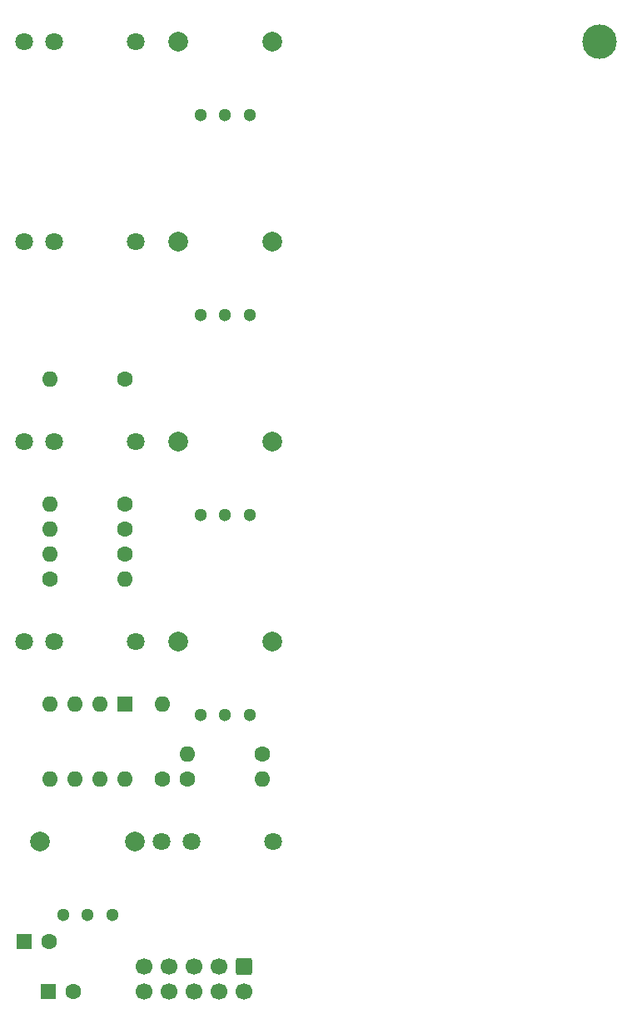
<source format=gbr>
%TF.GenerationSoftware,KiCad,Pcbnew,7.0.10-7.0.10~ubuntu22.04.1*%
%TF.CreationDate,2024-04-01T10:40:12+02:00*%
%TF.ProjectId,HigawoEurorackMixer,48696761-776f-4457-9572-6f7261636b4d,rev?*%
%TF.SameCoordinates,Original*%
%TF.FileFunction,Soldermask,Bot*%
%TF.FilePolarity,Negative*%
%FSLAX46Y46*%
G04 Gerber Fmt 4.6, Leading zero omitted, Abs format (unit mm)*
G04 Created by KiCad (PCBNEW 7.0.10-7.0.10~ubuntu22.04.1) date 2024-04-01 10:40:12*
%MOMM*%
%LPD*%
G01*
G04 APERTURE LIST*
G04 Aperture macros list*
%AMRoundRect*
0 Rectangle with rounded corners*
0 $1 Rounding radius*
0 $2 $3 $4 $5 $6 $7 $8 $9 X,Y pos of 4 corners*
0 Add a 4 corners polygon primitive as box body*
4,1,4,$2,$3,$4,$5,$6,$7,$8,$9,$2,$3,0*
0 Add four circle primitives for the rounded corners*
1,1,$1+$1,$2,$3*
1,1,$1+$1,$4,$5*
1,1,$1+$1,$6,$7*
1,1,$1+$1,$8,$9*
0 Add four rect primitives between the rounded corners*
20,1,$1+$1,$2,$3,$4,$5,0*
20,1,$1+$1,$4,$5,$6,$7,0*
20,1,$1+$1,$6,$7,$8,$9,0*
20,1,$1+$1,$8,$9,$2,$3,0*%
G04 Aperture macros list end*
%ADD10C,3.500000*%
%ADD11C,1.600000*%
%ADD12O,1.600000X1.600000*%
%ADD13C,2.000000*%
%ADD14C,1.300000*%
%ADD15R,1.600000X1.600000*%
%ADD16C,1.800000*%
%ADD17RoundRect,0.250000X-0.600000X0.600000X-0.600000X-0.600000X0.600000X-0.600000X0.600000X0.600000X0*%
%ADD18C,1.700000*%
G04 APERTURE END LIST*
D10*
%TO.C,REF\u002A\u002A*%
X137160000Y-57150000D03*
%TD*%
D11*
%TO.C,R1*%
X88900000Y-91440000D03*
D12*
X81280000Y-91440000D03*
%TD*%
D11*
%TO.C,R2*%
X88900000Y-104140000D03*
D12*
X81280000Y-104140000D03*
%TD*%
D13*
%TO.C,RV3*%
X94260000Y-97790000D03*
X103860000Y-97790000D03*
D14*
X96560000Y-105290000D03*
X99060000Y-105290000D03*
X101560000Y-105290000D03*
%TD*%
D13*
%TO.C,RV4*%
X94260000Y-118110000D03*
X103860000Y-118110000D03*
D14*
X96560000Y-125610000D03*
X99060000Y-125610000D03*
X101560000Y-125610000D03*
%TD*%
D11*
%TO.C,R8*%
X95250000Y-132080000D03*
D12*
X102870000Y-132080000D03*
%TD*%
D13*
%TO.C,RV1*%
X94260000Y-57150000D03*
X103860000Y-57150000D03*
D14*
X96560000Y-64650000D03*
X99060000Y-64650000D03*
X101560000Y-64650000D03*
%TD*%
D15*
%TO.C,C2*%
X78653000Y-148590000D03*
D11*
X81153000Y-148590000D03*
%TD*%
D16*
%TO.C,J1*%
X78610000Y-57150000D03*
X90010000Y-57150000D03*
X81710000Y-57150000D03*
%TD*%
D11*
%TO.C,R5*%
X81280000Y-111760000D03*
D12*
X88900000Y-111760000D03*
%TD*%
D16*
%TO.C,J5*%
X92580000Y-138430000D03*
X103980000Y-138430000D03*
X95680000Y-138430000D03*
%TD*%
%TO.C,J2*%
X78610000Y-77470000D03*
X90010000Y-77470000D03*
X81710000Y-77470000D03*
%TD*%
D11*
%TO.C,R4*%
X88900000Y-109220000D03*
D12*
X81280000Y-109220000D03*
%TD*%
D13*
%TO.C,RV2*%
X94260000Y-77470000D03*
X103860000Y-77470000D03*
D14*
X96560000Y-84970000D03*
X99060000Y-84970000D03*
X101560000Y-84970000D03*
%TD*%
D11*
%TO.C,R7*%
X92710000Y-132080000D03*
D12*
X92710000Y-124460000D03*
%TD*%
D11*
%TO.C,R3*%
X88900000Y-106680000D03*
D12*
X81280000Y-106680000D03*
%TD*%
D13*
%TO.C,RV5*%
X80282966Y-138430000D03*
X89882966Y-138430000D03*
D14*
X82582966Y-145930000D03*
X85082966Y-145930000D03*
X87582966Y-145930000D03*
%TD*%
D17*
%TO.C,J6*%
X100965000Y-151130000D03*
D18*
X100965000Y-153670000D03*
X98425000Y-151130000D03*
X98425000Y-153670000D03*
X95885000Y-151130000D03*
X95885000Y-153670000D03*
X93345000Y-151130000D03*
X93345000Y-153670000D03*
X90805000Y-151130000D03*
X90805000Y-153670000D03*
%TD*%
D15*
%TO.C,C1*%
X81090888Y-153670000D03*
D11*
X83590888Y-153670000D03*
%TD*%
D16*
%TO.C,J3*%
X78610000Y-97790000D03*
X90010000Y-97790000D03*
X81710000Y-97790000D03*
%TD*%
D11*
%TO.C,R6*%
X102870000Y-129540000D03*
D12*
X95250000Y-129540000D03*
%TD*%
D16*
%TO.C,J4*%
X78610000Y-118110000D03*
X90010000Y-118110000D03*
X81710000Y-118110000D03*
%TD*%
D15*
%TO.C,U2*%
X88900000Y-124460000D03*
D12*
X86360000Y-124460000D03*
X83820000Y-124460000D03*
X81280000Y-124460000D03*
X81280000Y-132080000D03*
X83820000Y-132080000D03*
X86360000Y-132080000D03*
X88900000Y-132080000D03*
%TD*%
M02*

</source>
